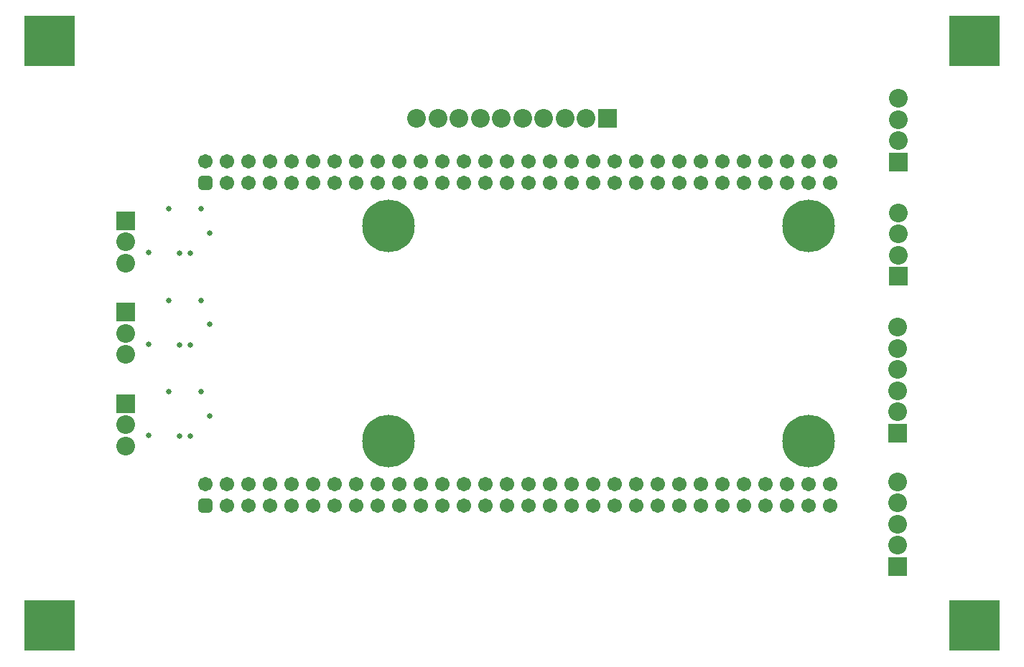
<source format=gbs>
G04*
G04 #@! TF.GenerationSoftware,Altium Limited,Altium Designer,26.1.1 (7)*
G04*
G04 Layer_Color=16711935*
%FSLAX44Y44*%
%MOMM*%
G71*
G04*
G04 #@! TF.SameCoordinates,9DC0DA2A-B4ED-455C-B667-FE6E32696FB0*
G04*
G04*
G04 #@! TF.FilePolarity,Negative*
G04*
G01*
G75*
%ADD10R,6.0000X6.0000*%
%ADD16C,1.7032*%
G04:AMPARAMS|DCode=17|XSize=1.7032mm|YSize=1.7032mm|CornerRadius=0.4766mm|HoleSize=0mm|Usage=FLASHONLY|Rotation=0.000|XOffset=0mm|YOffset=0mm|HoleType=Round|Shape=RoundedRectangle|*
%AMROUNDEDRECTD17*
21,1,1.7032,0.7500,0,0,0.0*
21,1,0.7500,1.7032,0,0,0.0*
1,1,0.9532,0.3750,-0.3750*
1,1,0.9532,-0.3750,-0.3750*
1,1,0.9532,-0.3750,0.3750*
1,1,0.9532,0.3750,0.3750*
%
%ADD17ROUNDEDRECTD17*%
%ADD18C,2.2032*%
%ADD19R,2.2032X2.2032*%
%ADD20R,2.2032X2.2032*%
%ADD21C,6.2032*%
%ADD22C,3.2032*%
%ADD23C,0.6532*%
D10*
X29996Y720000D02*
D03*
X1119996D02*
D03*
Y30000D02*
D03*
X29996D02*
D03*
D16*
X950000Y578200D02*
D03*
X924600D02*
D03*
X899200D02*
D03*
X873800D02*
D03*
X848400D02*
D03*
X823000D02*
D03*
X797600D02*
D03*
X772200D02*
D03*
X746800D02*
D03*
X950000Y552800D02*
D03*
X924600D02*
D03*
X899200D02*
D03*
X873800D02*
D03*
X848400D02*
D03*
X823000D02*
D03*
X797600D02*
D03*
X772200D02*
D03*
X746800D02*
D03*
X721400Y578200D02*
D03*
X696000D02*
D03*
X721400Y552800D02*
D03*
X696000D02*
D03*
X619800Y578200D02*
D03*
Y552800D02*
D03*
X594400Y578200D02*
D03*
Y552800D02*
D03*
X543600Y578200D02*
D03*
Y552800D02*
D03*
X416600Y578200D02*
D03*
Y552800D02*
D03*
X365800Y578200D02*
D03*
Y552800D02*
D03*
X315000Y578200D02*
D03*
Y552800D02*
D03*
X264200Y578200D02*
D03*
Y552800D02*
D03*
X238800Y578200D02*
D03*
Y552800D02*
D03*
X213400Y578200D02*
D03*
X289600Y552800D02*
D03*
Y578200D02*
D03*
X340400Y552800D02*
D03*
Y578200D02*
D03*
X391200Y552800D02*
D03*
Y578200D02*
D03*
X442000Y552800D02*
D03*
Y578200D02*
D03*
X467400Y552800D02*
D03*
Y578200D02*
D03*
X492800Y552800D02*
D03*
Y578200D02*
D03*
X518200Y552800D02*
D03*
Y578200D02*
D03*
X569000Y552800D02*
D03*
Y578200D02*
D03*
X645200Y552800D02*
D03*
X670600D02*
D03*
X645200Y578200D02*
D03*
X670600D02*
D03*
X950000Y197200D02*
D03*
X924600D02*
D03*
X899200D02*
D03*
X873800D02*
D03*
X848400D02*
D03*
X823000D02*
D03*
X797600D02*
D03*
X772200D02*
D03*
X746800D02*
D03*
X950000Y171800D02*
D03*
X924600D02*
D03*
X899200D02*
D03*
X873800D02*
D03*
X848400D02*
D03*
X823000D02*
D03*
X797600D02*
D03*
X772200D02*
D03*
X746800D02*
D03*
X721400Y197200D02*
D03*
X696000D02*
D03*
X721400Y171800D02*
D03*
X696000D02*
D03*
X619800Y197200D02*
D03*
Y171800D02*
D03*
X594400Y197200D02*
D03*
Y171800D02*
D03*
X543600Y197200D02*
D03*
Y171800D02*
D03*
X416600Y197200D02*
D03*
Y171800D02*
D03*
X365800Y197200D02*
D03*
Y171800D02*
D03*
X315000Y197200D02*
D03*
Y171800D02*
D03*
X264200Y197200D02*
D03*
Y171800D02*
D03*
X238800Y197200D02*
D03*
Y171800D02*
D03*
X213400Y197200D02*
D03*
X289600Y171800D02*
D03*
Y197200D02*
D03*
X340400Y171800D02*
D03*
Y197200D02*
D03*
X391200Y171800D02*
D03*
Y197200D02*
D03*
X442000Y171800D02*
D03*
Y197200D02*
D03*
X467400Y171800D02*
D03*
Y197200D02*
D03*
X492800Y171800D02*
D03*
Y197200D02*
D03*
X518200Y171800D02*
D03*
Y197200D02*
D03*
X569000Y171800D02*
D03*
Y197200D02*
D03*
X645200Y171800D02*
D03*
X670600D02*
D03*
X645200Y197200D02*
D03*
X670600D02*
D03*
D17*
X213400Y552800D02*
D03*
Y171800D02*
D03*
D18*
X119600Y242050D02*
D03*
Y267050D02*
D03*
X1030000Y602300D02*
D03*
Y627300D02*
D03*
Y652300D02*
D03*
X1029992Y382500D02*
D03*
Y357500D02*
D03*
Y282500D02*
D03*
Y307500D02*
D03*
Y332500D02*
D03*
X487500Y629000D02*
D03*
X512500D02*
D03*
X537500D02*
D03*
X562500D02*
D03*
X587500D02*
D03*
X612500D02*
D03*
X637500D02*
D03*
X662500D02*
D03*
X462500D02*
D03*
X1029992Y125000D02*
D03*
Y150000D02*
D03*
Y175000D02*
D03*
Y200000D02*
D03*
X1030000Y467300D02*
D03*
Y492300D02*
D03*
Y517300D02*
D03*
X119600Y457950D02*
D03*
Y482950D02*
D03*
Y350000D02*
D03*
Y375000D02*
D03*
D19*
Y292050D02*
D03*
X1030000Y577300D02*
D03*
X1029992Y257500D02*
D03*
Y100000D02*
D03*
X1030000Y442300D02*
D03*
X119600Y507950D02*
D03*
Y400000D02*
D03*
D20*
X687500Y629000D02*
D03*
D21*
X429300Y248000D02*
D03*
X924600D02*
D03*
Y502000D02*
D03*
X429300D02*
D03*
D22*
X1120000Y720000D02*
D03*
Y30000D02*
D03*
X30000D02*
D03*
Y720000D02*
D03*
D23*
X208500Y306000D02*
D03*
Y521900D02*
D03*
Y413950D02*
D03*
X170400Y306000D02*
D03*
X218660Y277950D02*
D03*
X195800Y253500D02*
D03*
X183100D02*
D03*
X146270Y254470D02*
D03*
Y362420D02*
D03*
X183100Y361450D02*
D03*
X195800D02*
D03*
X218660Y385900D02*
D03*
X170400Y413950D02*
D03*
Y521900D02*
D03*
X218660Y493850D02*
D03*
X195800Y469400D02*
D03*
X183100D02*
D03*
X146270Y470370D02*
D03*
M02*

</source>
